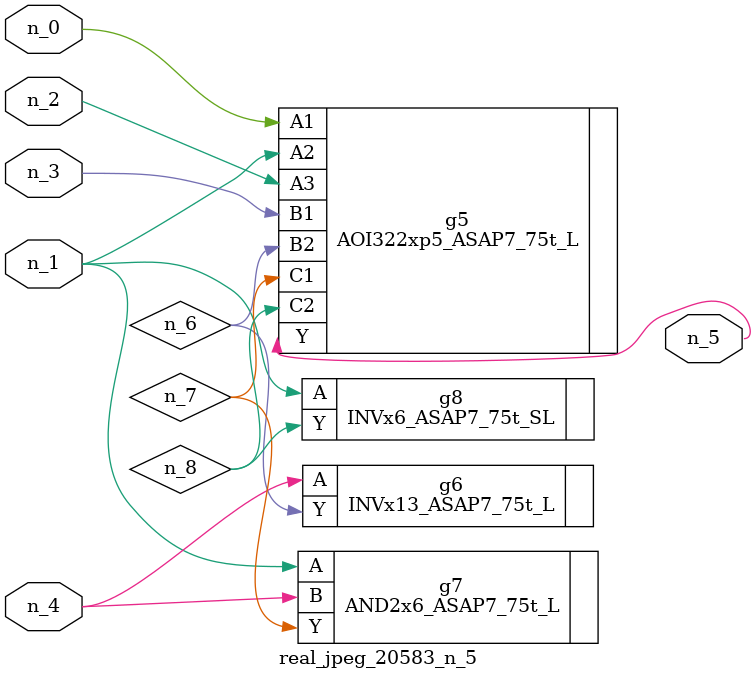
<source format=v>
module real_jpeg_20583_n_5 (n_4, n_0, n_1, n_2, n_3, n_5);

input n_4;
input n_0;
input n_1;
input n_2;
input n_3;

output n_5;

wire n_8;
wire n_6;
wire n_7;

AOI322xp5_ASAP7_75t_L g5 ( 
.A1(n_0),
.A2(n_1),
.A3(n_2),
.B1(n_3),
.B2(n_6),
.C1(n_7),
.C2(n_8),
.Y(n_5)
);

AND2x6_ASAP7_75t_L g7 ( 
.A(n_1),
.B(n_4),
.Y(n_7)
);

INVx6_ASAP7_75t_SL g8 ( 
.A(n_1),
.Y(n_8)
);

INVx13_ASAP7_75t_L g6 ( 
.A(n_4),
.Y(n_6)
);


endmodule
</source>
